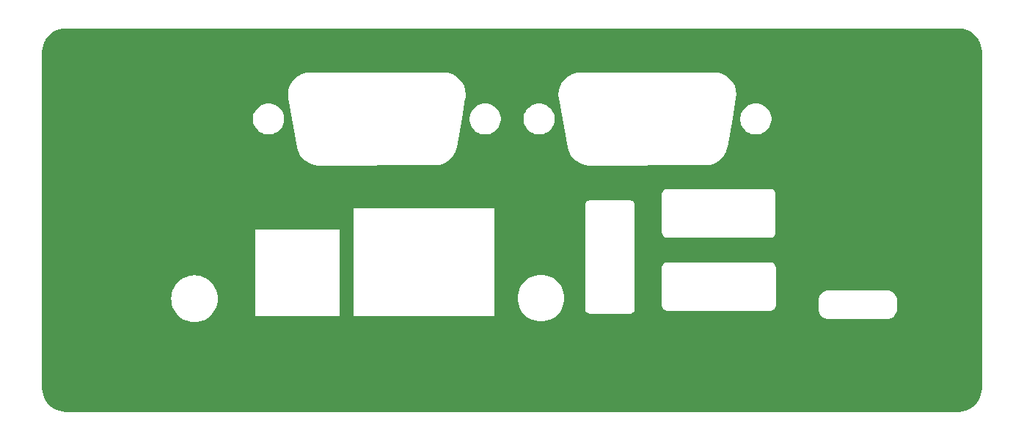
<source format=gbr>
%TF.GenerationSoftware,KiCad,Pcbnew,8.0.8*%
%TF.CreationDate,2025-02-26T19:39:56-05:00*%
%TF.ProjectId,MiniCamel_RearPlate,4d696e69-4361-46d6-956c-5f5265617250,rev?*%
%TF.SameCoordinates,Original*%
%TF.FileFunction,Soldermask,Bot*%
%TF.FilePolarity,Negative*%
%FSLAX46Y46*%
G04 Gerber Fmt 4.6, Leading zero omitted, Abs format (unit mm)*
G04 Created by KiCad (PCBNEW 8.0.8) date 2025-02-26 19:39:56*
%MOMM*%
%LPD*%
G01*
G04 APERTURE LIST*
%ADD10C,4.064000*%
G04 APERTURE END LIST*
D10*
%TO.C,REF\u002A\u002A*%
X81310000Y-71791723D03*
X182460000Y-71791723D03*
X81310000Y-109010000D03*
X182460000Y-109010000D03*
%TD*%
G36*
X183894393Y-68278564D02*
G01*
X183923989Y-68282168D01*
X184130043Y-68332958D01*
X184144339Y-68337412D01*
X184447789Y-68452497D01*
X184461443Y-68458642D01*
X184748793Y-68609455D01*
X184761608Y-68617202D01*
X185028707Y-68801569D01*
X185040493Y-68810804D01*
X185283405Y-69026006D01*
X185293993Y-69036594D01*
X185509195Y-69279506D01*
X185518430Y-69291292D01*
X185702797Y-69558391D01*
X185710544Y-69571206D01*
X185861357Y-69858556D01*
X185867502Y-69872210D01*
X185982587Y-70175660D01*
X185987042Y-70189956D01*
X186064712Y-70505063D01*
X186067411Y-70519791D01*
X186106645Y-70842889D01*
X186107535Y-70855964D01*
X186109986Y-71018245D01*
X186110000Y-71020118D01*
X186110000Y-109699881D01*
X186109986Y-109701754D01*
X186107535Y-109864035D01*
X186106645Y-109877110D01*
X186067411Y-110200208D01*
X186064712Y-110214936D01*
X185987042Y-110530043D01*
X185982587Y-110544339D01*
X185867502Y-110847789D01*
X185861357Y-110861443D01*
X185710544Y-111148793D01*
X185702797Y-111161608D01*
X185518430Y-111428707D01*
X185509195Y-111440493D01*
X185293993Y-111683405D01*
X185283405Y-111693993D01*
X185040493Y-111909195D01*
X185028707Y-111918430D01*
X184761608Y-112102797D01*
X184748793Y-112110544D01*
X184461443Y-112261357D01*
X184447789Y-112267502D01*
X184144339Y-112382587D01*
X184130043Y-112387042D01*
X183814936Y-112464712D01*
X183800208Y-112467411D01*
X183477110Y-112506645D01*
X183464035Y-112507535D01*
X183301755Y-112509986D01*
X183299882Y-112510000D01*
X80437805Y-112510000D01*
X80436008Y-112509987D01*
X80272656Y-112507619D01*
X80259507Y-112506728D01*
X79934304Y-112467242D01*
X79919575Y-112464543D01*
X79602373Y-112386360D01*
X79588077Y-112381905D01*
X79282617Y-112266060D01*
X79268962Y-112259915D01*
X78979689Y-112108093D01*
X78966875Y-112100346D01*
X78698012Y-111914763D01*
X78686225Y-111905528D01*
X78441695Y-111688892D01*
X78431107Y-111678304D01*
X78214471Y-111433774D01*
X78205236Y-111421987D01*
X78019653Y-111153124D01*
X78011906Y-111140310D01*
X77860084Y-110851037D01*
X77853939Y-110837382D01*
X77738094Y-110531922D01*
X77733639Y-110517626D01*
X77655456Y-110200424D01*
X77652757Y-110185695D01*
X77613271Y-109860492D01*
X77612380Y-109847343D01*
X77610013Y-109683992D01*
X77610000Y-109682195D01*
X77610000Y-99440000D01*
X92520000Y-99440000D01*
X92539685Y-99765443D01*
X92598459Y-100086160D01*
X92695449Y-100397414D01*
X92695453Y-100397425D01*
X92829267Y-100694748D01*
X92829268Y-100694750D01*
X92997949Y-100973783D01*
X93199023Y-101230434D01*
X93429565Y-101460976D01*
X93686216Y-101662050D01*
X93965249Y-101830731D01*
X93965251Y-101830732D01*
X94262574Y-101964546D01*
X94262585Y-101964550D01*
X94573839Y-102061540D01*
X94894556Y-102120314D01*
X95220000Y-102139999D01*
X95545443Y-102120314D01*
X95866160Y-102061540D01*
X96177414Y-101964550D01*
X96177425Y-101964546D01*
X96474748Y-101830732D01*
X96474750Y-101830731D01*
X96753783Y-101662050D01*
X96989343Y-101477500D01*
X102245282Y-101477500D01*
X111945282Y-101477500D01*
X113540000Y-101477500D01*
X129840000Y-101477500D01*
X129840000Y-99369309D01*
X132506096Y-99369309D01*
X132525781Y-99694752D01*
X132584555Y-100015469D01*
X132681545Y-100326723D01*
X132681549Y-100326734D01*
X132815363Y-100624057D01*
X132815364Y-100624059D01*
X132984045Y-100903092D01*
X133185119Y-101159743D01*
X133415661Y-101390285D01*
X133672312Y-101591359D01*
X133951345Y-101760040D01*
X133951347Y-101760041D01*
X134248670Y-101893855D01*
X134248681Y-101893859D01*
X134559935Y-101990849D01*
X134880652Y-102049623D01*
X135206096Y-102069308D01*
X135531539Y-102049623D01*
X135852256Y-101990849D01*
X136163510Y-101893859D01*
X136163521Y-101893855D01*
X136460844Y-101760041D01*
X136460846Y-101760040D01*
X136739879Y-101591359D01*
X136996530Y-101390285D01*
X137227072Y-101159743D01*
X137428146Y-100903092D01*
X137596827Y-100624059D01*
X137596828Y-100624057D01*
X137730642Y-100326734D01*
X137730646Y-100326723D01*
X137827636Y-100015469D01*
X137886410Y-99694752D01*
X137906095Y-99369309D01*
X137886410Y-99043865D01*
X137827636Y-98723148D01*
X137730646Y-98411894D01*
X137730642Y-98411883D01*
X137596828Y-98114560D01*
X137596827Y-98114558D01*
X137428146Y-97835525D01*
X137227072Y-97578874D01*
X136996530Y-97348332D01*
X136739879Y-97147258D01*
X136460846Y-96978577D01*
X136460844Y-96978576D01*
X136163521Y-96844762D01*
X136163510Y-96844758D01*
X135852256Y-96747768D01*
X135531539Y-96688994D01*
X135206096Y-96669309D01*
X134880652Y-96688994D01*
X134559935Y-96747768D01*
X134248681Y-96844758D01*
X134248670Y-96844762D01*
X133951347Y-96978576D01*
X133951345Y-96978577D01*
X133672312Y-97147258D01*
X133415661Y-97348332D01*
X133185119Y-97578874D01*
X132984045Y-97835525D01*
X132815364Y-98114558D01*
X132815363Y-98114560D01*
X132681549Y-98411883D01*
X132681545Y-98411894D01*
X132584555Y-98723148D01*
X132525781Y-99043865D01*
X132506096Y-99369309D01*
X129840000Y-99369309D01*
X129840000Y-88977500D01*
X113540000Y-88977500D01*
X113540000Y-101477500D01*
X111945282Y-101477500D01*
X111945282Y-91477500D01*
X102245282Y-91477500D01*
X102245282Y-101477500D01*
X96989343Y-101477500D01*
X97010434Y-101460976D01*
X97240976Y-101230434D01*
X97442050Y-100973783D01*
X97610731Y-100694750D01*
X97610732Y-100694748D01*
X97744546Y-100397425D01*
X97744550Y-100397414D01*
X97841540Y-100086160D01*
X97900314Y-99765443D01*
X97919999Y-99440000D01*
X97900314Y-99114556D01*
X97841540Y-98793839D01*
X97744550Y-98482585D01*
X97744546Y-98482574D01*
X97610732Y-98185251D01*
X97610731Y-98185249D01*
X97442050Y-97906216D01*
X97240976Y-97649565D01*
X97010434Y-97419023D01*
X96753783Y-97217949D01*
X96474750Y-97049268D01*
X96474748Y-97049267D01*
X96177425Y-96915453D01*
X96177414Y-96915449D01*
X95866160Y-96818459D01*
X95545443Y-96759685D01*
X95220000Y-96740000D01*
X94894556Y-96759685D01*
X94573839Y-96818459D01*
X94262585Y-96915449D01*
X94262574Y-96915453D01*
X93965251Y-97049267D01*
X93965249Y-97049268D01*
X93686216Y-97217949D01*
X93429565Y-97419023D01*
X93199023Y-97649565D01*
X92997949Y-97906216D01*
X92829268Y-98185249D01*
X92829267Y-98185251D01*
X92695453Y-98482574D01*
X92695449Y-98482585D01*
X92598459Y-98793839D01*
X92539685Y-99114556D01*
X92520000Y-99440000D01*
X77610000Y-99440000D01*
X77610000Y-88629495D01*
X140320983Y-88629495D01*
X140320983Y-100610505D01*
X140323159Y-100683796D01*
X140361107Y-100825425D01*
X140434417Y-100952399D01*
X140434419Y-100952402D01*
X140538089Y-101056072D01*
X140538092Y-101056074D01*
X140665066Y-101129384D01*
X140806695Y-101167332D01*
X140879987Y-101169509D01*
X145480013Y-101169509D01*
X145553300Y-101167333D01*
X145553306Y-101167332D01*
X145694933Y-101129383D01*
X145694938Y-101129380D01*
X145821903Y-101056078D01*
X145821911Y-101056072D01*
X145925579Y-100952402D01*
X145925582Y-100952398D01*
X145998892Y-100825425D01*
X146036840Y-100683795D01*
X146039017Y-100610504D01*
X146039017Y-95859386D01*
X149147582Y-95859386D01*
X149147582Y-100200627D01*
X149150379Y-100285743D01*
X149150380Y-100285749D01*
X149194448Y-100450195D01*
X149194451Y-100450203D01*
X149279570Y-100597629D01*
X149279573Y-100597634D01*
X149399958Y-100718021D01*
X149399960Y-100718022D01*
X149547393Y-100803147D01*
X149547396Y-100803148D01*
X149711844Y-100847219D01*
X149796971Y-100850000D01*
X161658211Y-100850000D01*
X161743329Y-100847203D01*
X161907783Y-100803136D01*
X161907787Y-100803134D01*
X162055216Y-100718017D01*
X162055220Y-100718014D01*
X162175609Y-100597627D01*
X162260737Y-100450184D01*
X162304801Y-100285741D01*
X162304802Y-100285736D01*
X162307582Y-100200612D01*
X162307582Y-99780089D01*
X167219446Y-99780089D01*
X167219446Y-100480048D01*
X167221977Y-100596214D01*
X167221978Y-100596216D01*
X167262310Y-100824955D01*
X167341754Y-101043222D01*
X167341757Y-101043229D01*
X167457891Y-101244380D01*
X167607198Y-101422316D01*
X167785134Y-101571623D01*
X167986285Y-101687757D01*
X167986292Y-101687760D01*
X168204559Y-101767204D01*
X168433298Y-101807536D01*
X168433300Y-101807537D01*
X168549466Y-101810069D01*
X174999442Y-101810069D01*
X175115601Y-101807685D01*
X175344371Y-101767348D01*
X175562663Y-101687896D01*
X175562670Y-101687893D01*
X175763843Y-101571746D01*
X175941799Y-101422423D01*
X175941802Y-101422421D01*
X176091120Y-101244472D01*
X176091125Y-101244465D01*
X176207272Y-101043292D01*
X176207275Y-101043285D01*
X176286729Y-100824989D01*
X176327066Y-100596224D01*
X176329446Y-100480069D01*
X176329446Y-99777382D01*
X176327062Y-99661225D01*
X176286724Y-99432458D01*
X176207269Y-99214157D01*
X176207268Y-99214156D01*
X176091122Y-99012985D01*
X176091117Y-99012978D01*
X175941799Y-98835029D01*
X175941796Y-98835027D01*
X175763841Y-98685705D01*
X175562668Y-98569558D01*
X175562661Y-98569555D01*
X175344370Y-98490103D01*
X175115603Y-98449766D01*
X175115597Y-98449765D01*
X174999437Y-98447378D01*
X168549465Y-98450069D01*
X168433300Y-98452600D01*
X168433298Y-98452601D01*
X168204559Y-98492933D01*
X167986292Y-98572377D01*
X167986285Y-98572380D01*
X167785134Y-98688514D01*
X167607198Y-98837821D01*
X167457891Y-99015757D01*
X167341757Y-99216908D01*
X167341754Y-99216915D01*
X167262310Y-99435182D01*
X167221978Y-99663921D01*
X167221977Y-99663923D01*
X167219446Y-99780089D01*
X162307582Y-99780089D01*
X162307582Y-95899382D01*
X162304819Y-95814249D01*
X162260747Y-95649795D01*
X162175617Y-95502353D01*
X162055222Y-95381964D01*
X161907777Y-95296839D01*
X161743325Y-95252777D01*
X161658198Y-95250000D01*
X149756966Y-95250000D01*
X149677073Y-95252593D01*
X149522754Y-95293952D01*
X149384394Y-95373841D01*
X149384389Y-95373845D01*
X149271426Y-95486814D01*
X149191542Y-95625179D01*
X149150189Y-95779505D01*
X149147582Y-95859386D01*
X146039017Y-95859386D01*
X146039017Y-88629521D01*
X146036825Y-88556201D01*
X145998881Y-88414576D01*
X145925577Y-88287604D01*
X145925575Y-88287601D01*
X145821903Y-88183927D01*
X145821901Y-88183926D01*
X145694929Y-88110617D01*
X145553306Y-88072668D01*
X145553300Y-88072667D01*
X145480013Y-88070492D01*
X140879987Y-88070492D01*
X140806695Y-88072668D01*
X140665066Y-88110616D01*
X140538092Y-88183926D01*
X140538089Y-88183928D01*
X140434419Y-88287598D01*
X140434417Y-88287601D01*
X140361107Y-88414575D01*
X140323159Y-88556204D01*
X140320983Y-88629495D01*
X77610000Y-88629495D01*
X77610000Y-87399386D01*
X149137577Y-87399386D01*
X149137577Y-91740619D01*
X149140380Y-91825750D01*
X149184448Y-91990196D01*
X149269574Y-92137636D01*
X149389958Y-92258020D01*
X149389957Y-92258020D01*
X149537396Y-92343149D01*
X149537398Y-92343150D01*
X149701833Y-92387217D01*
X149701837Y-92387218D01*
X149786967Y-92390000D01*
X161648200Y-92390000D01*
X161733325Y-92387198D01*
X161897776Y-92343134D01*
X162045215Y-92258011D01*
X162045219Y-92258008D01*
X162165603Y-92137627D01*
X162165604Y-92137625D01*
X162250732Y-91990183D01*
X162250733Y-91990182D01*
X162294796Y-91825741D01*
X162294797Y-91825738D01*
X162297577Y-91740612D01*
X162297577Y-87439376D01*
X162294818Y-87354246D01*
X162250747Y-87189792D01*
X162250746Y-87189791D01*
X162165617Y-87042353D01*
X162165614Y-87042349D01*
X162045220Y-86921962D01*
X161897777Y-86836840D01*
X161897770Y-86836837D01*
X161733321Y-86792776D01*
X161648194Y-86790000D01*
X149746955Y-86790000D01*
X149667068Y-86792589D01*
X149512749Y-86833949D01*
X149374388Y-86913840D01*
X149261417Y-87026817D01*
X149261415Y-87026820D01*
X149181539Y-87165174D01*
X149181537Y-87165177D01*
X149140184Y-87319504D01*
X149137577Y-87399386D01*
X77610000Y-87399386D01*
X77610000Y-78547301D01*
X101969017Y-78547301D01*
X101969017Y-78816718D01*
X102009171Y-79083111D01*
X102009173Y-79083121D01*
X102088573Y-79340532D01*
X102088578Y-79340545D01*
X102205466Y-79583267D01*
X102357231Y-79805865D01*
X102540471Y-80003350D01*
X102540473Y-80003353D01*
X102751102Y-80171324D01*
X102984413Y-80306027D01*
X103235194Y-80404452D01*
X103497852Y-80464401D01*
X103497857Y-80464402D01*
X103766496Y-80484534D01*
X103766504Y-80484534D01*
X104035142Y-80464402D01*
X104035147Y-80464401D01*
X104297805Y-80404452D01*
X104548586Y-80306027D01*
X104781897Y-80171324D01*
X104992526Y-80003353D01*
X104992528Y-80003350D01*
X105175768Y-79805865D01*
X105327533Y-79583267D01*
X105444421Y-79340545D01*
X105444426Y-79340532D01*
X105523826Y-79083121D01*
X105523828Y-79083112D01*
X105563982Y-78816713D01*
X105563984Y-78816696D01*
X105566500Y-78682010D01*
X105563984Y-78547323D01*
X105563982Y-78547306D01*
X105523828Y-78280907D01*
X105523826Y-78280898D01*
X105444426Y-78023487D01*
X105444421Y-78023474D01*
X105327533Y-77780752D01*
X105175768Y-77558154D01*
X104992528Y-77360669D01*
X104992526Y-77360666D01*
X104781897Y-77192695D01*
X104548586Y-77057992D01*
X104297805Y-76959567D01*
X104035147Y-76899618D01*
X104035142Y-76899617D01*
X103766505Y-76879487D01*
X103766495Y-76879487D01*
X103497857Y-76899617D01*
X103497852Y-76899618D01*
X103235194Y-76959567D01*
X102984413Y-77057992D01*
X102751102Y-77192695D01*
X102540473Y-77360666D01*
X102540471Y-77360669D01*
X102357231Y-77558154D01*
X102205466Y-77780752D01*
X102088578Y-78023474D01*
X102088573Y-78023487D01*
X102009173Y-78280898D01*
X102009171Y-78280908D01*
X101969017Y-78547301D01*
X77610000Y-78547301D01*
X77610000Y-75851974D01*
X106003294Y-75851974D01*
X106003579Y-75853970D01*
X106044164Y-76264828D01*
X106043355Y-76272291D01*
X106045984Y-76287058D01*
X106046673Y-76292043D01*
X106047498Y-76295557D01*
X107053760Y-81948208D01*
X107054268Y-81951289D01*
X107073201Y-82075738D01*
X107074547Y-82079662D01*
X107196254Y-82481135D01*
X107430794Y-82919797D01*
X107745312Y-83303077D01*
X108128706Y-83617690D01*
X108567291Y-83852178D01*
X109033576Y-83993591D01*
X109033754Y-83993662D01*
X109034355Y-83993837D01*
X109035778Y-83994259D01*
X109042832Y-83996398D01*
X109530516Y-84044235D01*
X109536092Y-84044970D01*
X122956362Y-84032802D01*
X122995691Y-84039167D01*
X123002770Y-84041527D01*
X123007608Y-84043252D01*
X123009926Y-84044133D01*
X123016898Y-84042975D01*
X123490129Y-83996397D01*
X123496123Y-83994580D01*
X123497767Y-83994093D01*
X123498824Y-83993788D01*
X123499112Y-83993673D01*
X123966248Y-83852003D01*
X124404276Y-83617671D01*
X124787647Y-83303077D01*
X125102165Y-82919798D01*
X125336717Y-82481092D01*
X125480904Y-82005651D01*
X125481044Y-82004226D01*
X125481047Y-82004201D01*
X125481048Y-82004187D01*
X125485838Y-81955190D01*
X125487113Y-81945839D01*
X126083040Y-78547301D01*
X126968967Y-78547301D01*
X126968967Y-78816718D01*
X127009121Y-79083111D01*
X127009123Y-79083121D01*
X127088523Y-79340532D01*
X127088528Y-79340545D01*
X127205416Y-79583267D01*
X127357181Y-79805865D01*
X127540421Y-80003350D01*
X127540423Y-80003353D01*
X127751052Y-80171324D01*
X127984363Y-80306027D01*
X128235144Y-80404452D01*
X128497802Y-80464401D01*
X128497807Y-80464402D01*
X128766446Y-80484534D01*
X128766454Y-80484534D01*
X129035092Y-80464402D01*
X129035097Y-80464401D01*
X129297755Y-80404452D01*
X129548536Y-80306027D01*
X129781847Y-80171324D01*
X129992476Y-80003353D01*
X129992478Y-80003350D01*
X130175718Y-79805865D01*
X130327483Y-79583267D01*
X130444371Y-79340545D01*
X130444376Y-79340532D01*
X130523776Y-79083121D01*
X130523778Y-79083112D01*
X130563932Y-78816713D01*
X130563934Y-78816696D01*
X130566450Y-78682010D01*
X130563934Y-78547323D01*
X130563932Y-78547306D01*
X130563931Y-78547301D01*
X133197017Y-78547301D01*
X133197017Y-78816718D01*
X133237171Y-79083111D01*
X133237173Y-79083121D01*
X133316573Y-79340532D01*
X133316578Y-79340545D01*
X133433466Y-79583267D01*
X133585231Y-79805865D01*
X133768471Y-80003350D01*
X133768473Y-80003353D01*
X133979102Y-80171324D01*
X134212413Y-80306027D01*
X134463194Y-80404452D01*
X134725852Y-80464401D01*
X134725857Y-80464402D01*
X134994496Y-80484534D01*
X134994504Y-80484534D01*
X135263142Y-80464402D01*
X135263147Y-80464401D01*
X135525805Y-80404452D01*
X135776586Y-80306027D01*
X136009897Y-80171324D01*
X136220526Y-80003353D01*
X136220528Y-80003350D01*
X136403768Y-79805865D01*
X136555533Y-79583267D01*
X136672421Y-79340545D01*
X136672426Y-79340532D01*
X136751826Y-79083121D01*
X136751828Y-79083112D01*
X136791982Y-78816713D01*
X136791984Y-78816696D01*
X136794500Y-78682010D01*
X136791984Y-78547323D01*
X136791982Y-78547306D01*
X136751828Y-78280907D01*
X136751826Y-78280898D01*
X136672426Y-78023487D01*
X136672421Y-78023474D01*
X136555533Y-77780752D01*
X136403768Y-77558154D01*
X136220528Y-77360669D01*
X136220526Y-77360666D01*
X136009897Y-77192695D01*
X135776586Y-77057992D01*
X135525805Y-76959567D01*
X135263147Y-76899618D01*
X135263142Y-76899617D01*
X134994505Y-76879487D01*
X134994495Y-76879487D01*
X134725857Y-76899617D01*
X134725852Y-76899618D01*
X134463194Y-76959567D01*
X134212413Y-77057992D01*
X133979102Y-77192695D01*
X133768473Y-77360666D01*
X133768471Y-77360669D01*
X133585231Y-77558154D01*
X133433466Y-77780752D01*
X133316578Y-78023474D01*
X133316573Y-78023487D01*
X133237173Y-78280898D01*
X133237171Y-78280908D01*
X133197017Y-78547301D01*
X130563931Y-78547301D01*
X130523778Y-78280907D01*
X130523776Y-78280898D01*
X130444376Y-78023487D01*
X130444371Y-78023474D01*
X130327483Y-77780752D01*
X130175718Y-77558154D01*
X129992478Y-77360669D01*
X129992476Y-77360666D01*
X129781847Y-77192695D01*
X129548536Y-77057992D01*
X129297755Y-76959567D01*
X129035097Y-76899618D01*
X129035092Y-76899617D01*
X128766455Y-76879487D01*
X128766445Y-76879487D01*
X128497807Y-76899617D01*
X128497802Y-76899618D01*
X128235144Y-76959567D01*
X127984363Y-77057992D01*
X127751052Y-77192695D01*
X127540423Y-77360666D01*
X127540421Y-77360669D01*
X127357181Y-77558154D01*
X127205416Y-77780752D01*
X127088528Y-78023474D01*
X127088523Y-78023487D01*
X127009123Y-78280898D01*
X127009121Y-78280908D01*
X126968967Y-78547301D01*
X126083040Y-78547301D01*
X126473150Y-76322527D01*
X126484230Y-76293258D01*
X126487394Y-76282047D01*
X126487660Y-76276651D01*
X126528868Y-75859161D01*
X126528874Y-75859126D01*
X126528901Y-75858820D01*
X126529576Y-75851974D01*
X137231294Y-75851974D01*
X137231579Y-75853970D01*
X137272164Y-76264828D01*
X137271355Y-76272291D01*
X137273984Y-76287058D01*
X137274673Y-76292043D01*
X137275498Y-76295557D01*
X138281760Y-81948208D01*
X138282268Y-81951289D01*
X138301201Y-82075738D01*
X138302547Y-82079662D01*
X138424254Y-82481135D01*
X138658794Y-82919797D01*
X138973312Y-83303077D01*
X139356706Y-83617690D01*
X139795291Y-83852178D01*
X140261576Y-83993591D01*
X140261754Y-83993662D01*
X140262355Y-83993837D01*
X140263778Y-83994259D01*
X140270832Y-83996398D01*
X140758516Y-84044235D01*
X140764092Y-84044970D01*
X154184362Y-84032802D01*
X154223691Y-84039167D01*
X154230770Y-84041527D01*
X154235608Y-84043252D01*
X154237926Y-84044133D01*
X154244898Y-84042975D01*
X154718129Y-83996397D01*
X154724123Y-83994580D01*
X154725767Y-83994093D01*
X154726824Y-83993788D01*
X154727112Y-83993673D01*
X155194248Y-83852003D01*
X155632276Y-83617671D01*
X156015647Y-83303077D01*
X156330165Y-82919798D01*
X156564717Y-82481092D01*
X156708904Y-82005651D01*
X156709044Y-82004226D01*
X156709047Y-82004201D01*
X156709048Y-82004187D01*
X156713838Y-81955190D01*
X156715113Y-81945839D01*
X157311040Y-78547301D01*
X158196967Y-78547301D01*
X158196967Y-78816718D01*
X158237121Y-79083111D01*
X158237123Y-79083121D01*
X158316523Y-79340532D01*
X158316528Y-79340545D01*
X158433416Y-79583267D01*
X158585181Y-79805865D01*
X158768421Y-80003350D01*
X158768423Y-80003353D01*
X158979052Y-80171324D01*
X159212363Y-80306027D01*
X159463144Y-80404452D01*
X159725802Y-80464401D01*
X159725807Y-80464402D01*
X159994446Y-80484534D01*
X159994454Y-80484534D01*
X160263092Y-80464402D01*
X160263097Y-80464401D01*
X160525755Y-80404452D01*
X160776536Y-80306027D01*
X161009847Y-80171324D01*
X161220476Y-80003353D01*
X161220478Y-80003350D01*
X161403718Y-79805865D01*
X161555483Y-79583267D01*
X161672371Y-79340545D01*
X161672376Y-79340532D01*
X161751776Y-79083121D01*
X161751778Y-79083112D01*
X161791932Y-78816713D01*
X161791934Y-78816696D01*
X161794450Y-78682010D01*
X161791934Y-78547323D01*
X161791932Y-78547306D01*
X161751778Y-78280907D01*
X161751776Y-78280898D01*
X161672376Y-78023487D01*
X161672371Y-78023474D01*
X161555483Y-77780752D01*
X161403718Y-77558154D01*
X161220478Y-77360669D01*
X161220476Y-77360666D01*
X161009847Y-77192695D01*
X160776536Y-77057992D01*
X160525755Y-76959567D01*
X160263097Y-76899618D01*
X160263092Y-76899617D01*
X159994455Y-76879487D01*
X159994445Y-76879487D01*
X159725807Y-76899617D01*
X159725802Y-76899618D01*
X159463144Y-76959567D01*
X159212363Y-77057992D01*
X158979052Y-77192695D01*
X158768423Y-77360666D01*
X158768421Y-77360669D01*
X158585181Y-77558154D01*
X158433416Y-77780752D01*
X158316528Y-78023474D01*
X158316523Y-78023487D01*
X158237123Y-78280898D01*
X158237121Y-78280908D01*
X158196967Y-78547301D01*
X157311040Y-78547301D01*
X157701150Y-76322527D01*
X157712230Y-76293258D01*
X157715394Y-76282047D01*
X157715660Y-76276651D01*
X157756868Y-75859161D01*
X157756874Y-75859126D01*
X157756901Y-75858820D01*
X157757579Y-75851945D01*
X157756954Y-75845603D01*
X157756899Y-75844976D01*
X157756884Y-75844889D01*
X157709049Y-75359825D01*
X157709041Y-75359672D01*
X157708999Y-75359329D01*
X157708870Y-75358028D01*
X157564839Y-74883360D01*
X157564177Y-74881654D01*
X157330199Y-74444024D01*
X157015587Y-74060631D01*
X156634412Y-73748100D01*
X156633279Y-73747073D01*
X156631824Y-73745938D01*
X156631299Y-73745574D01*
X156194250Y-73511757D01*
X155718769Y-73367558D01*
X155715519Y-73367364D01*
X155225617Y-73319050D01*
X155224638Y-73319050D01*
X139804565Y-73330962D01*
X139765265Y-73324602D01*
X139761208Y-73323250D01*
X139755525Y-73321200D01*
X139751503Y-73319638D01*
X139744729Y-73320731D01*
X139273396Y-73367368D01*
X139270162Y-73367564D01*
X138794707Y-73511757D01*
X138357786Y-73745507D01*
X138356716Y-73746248D01*
X138356141Y-73746695D01*
X138354940Y-73747777D01*
X137973340Y-74060658D01*
X137658775Y-74443994D01*
X137424422Y-74882329D01*
X137280091Y-75357987D01*
X137279978Y-75359139D01*
X137279914Y-75359659D01*
X137279901Y-75359929D01*
X137231562Y-75850083D01*
X137231294Y-75851974D01*
X126529576Y-75851974D01*
X126529579Y-75851945D01*
X126528954Y-75845603D01*
X126528899Y-75844976D01*
X126528884Y-75844889D01*
X126481049Y-75359825D01*
X126481041Y-75359672D01*
X126480999Y-75359329D01*
X126480870Y-75358028D01*
X126336839Y-74883360D01*
X126336177Y-74881654D01*
X126102199Y-74444024D01*
X125787587Y-74060631D01*
X125406412Y-73748100D01*
X125405279Y-73747073D01*
X125403824Y-73745938D01*
X125403299Y-73745574D01*
X124966250Y-73511757D01*
X124490769Y-73367558D01*
X124487519Y-73367364D01*
X123997617Y-73319050D01*
X123996638Y-73319050D01*
X108576565Y-73330962D01*
X108537265Y-73324602D01*
X108533208Y-73323250D01*
X108527525Y-73321200D01*
X108523503Y-73319638D01*
X108516729Y-73320731D01*
X108045396Y-73367368D01*
X108042162Y-73367564D01*
X107566707Y-73511757D01*
X107129786Y-73745507D01*
X107128716Y-73746248D01*
X107128141Y-73746695D01*
X107126940Y-73747777D01*
X106745340Y-74060658D01*
X106430775Y-74443994D01*
X106196422Y-74882329D01*
X106052091Y-75357987D01*
X106051978Y-75359139D01*
X106051914Y-75359659D01*
X106051901Y-75359929D01*
X106003562Y-75850083D01*
X106003294Y-75851974D01*
X77610000Y-75851974D01*
X77610000Y-71020118D01*
X77610014Y-71018246D01*
X77612464Y-70855965D01*
X77613354Y-70842889D01*
X77652588Y-70519791D01*
X77655287Y-70505063D01*
X77732957Y-70189956D01*
X77737412Y-70175660D01*
X77852497Y-69872210D01*
X77858642Y-69858556D01*
X78009455Y-69571206D01*
X78017202Y-69558391D01*
X78201569Y-69291292D01*
X78210804Y-69279506D01*
X78426006Y-69036594D01*
X78436594Y-69026006D01*
X78679506Y-68810804D01*
X78691292Y-68801569D01*
X78958391Y-68617202D01*
X78971206Y-68609455D01*
X79258556Y-68458642D01*
X79272210Y-68452497D01*
X79575660Y-68337412D01*
X79589956Y-68332957D01*
X79905063Y-68255287D01*
X79919791Y-68252588D01*
X80242889Y-68213354D01*
X80255965Y-68212464D01*
X80301931Y-68211770D01*
X80303883Y-68211756D01*
X183894393Y-68278564D01*
G37*
M02*

</source>
